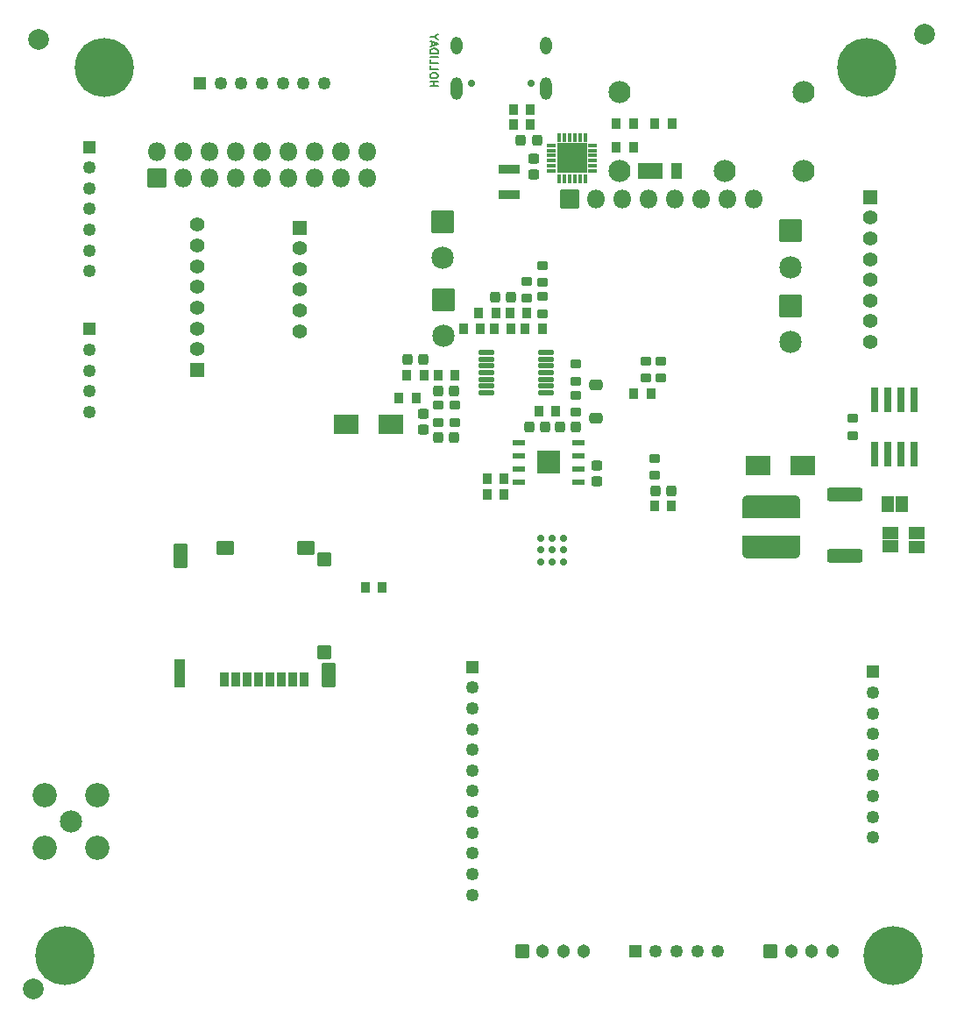
<source format=gbs>
%TF.GenerationSoftware,KiCad,Pcbnew,8.0.4*%
%TF.CreationDate,2024-11-24T13:51:19-08:00*%
%TF.ProjectId,mainboard,6d61696e-626f-4617-9264-2e6b69636164,06c*%
%TF.SameCoordinates,Original*%
%TF.FileFunction,Soldermask,Bot*%
%TF.FilePolarity,Negative*%
%FSLAX46Y46*%
G04 Gerber Fmt 4.6, Leading zero omitted, Abs format (unit mm)*
G04 Created by KiCad (PCBNEW 8.0.4) date 2024-11-24 13:51:19*
%MOMM*%
%LPD*%
G01*
G04 APERTURE LIST*
G04 Aperture macros list*
%AMRoundRect*
0 Rectangle with rounded corners*
0 $1 Rounding radius*
0 $2 $3 $4 $5 $6 $7 $8 $9 X,Y pos of 4 corners*
0 Add a 4 corners polygon primitive as box body*
4,1,4,$2,$3,$4,$5,$6,$7,$8,$9,$2,$3,0*
0 Add four circle primitives for the rounded corners*
1,1,$1+$1,$2,$3*
1,1,$1+$1,$4,$5*
1,1,$1+$1,$6,$7*
1,1,$1+$1,$8,$9*
0 Add four rect primitives between the rounded corners*
20,1,$1+$1,$2,$3,$4,$5,0*
20,1,$1+$1,$4,$5,$6,$7,0*
20,1,$1+$1,$6,$7,$8,$9,0*
20,1,$1+$1,$8,$9,$2,$3,0*%
%AMFreePoly0*
4,1,35,1.110921,2.785921,1.125800,2.750000,1.125800,-2.750000,1.110921,-2.785921,1.075000,-2.800800,-0.537500,-2.800800,-0.543557,-2.800438,-0.670818,-2.785155,-0.683397,-2.781975,-0.819570,-2.728276,-0.831629,-2.721496,-0.948265,-2.633048,-0.958048,-2.623265,-1.046496,-2.506629,-1.053276,-2.494570,-1.106975,-2.358397,-1.110155,-2.345818,-1.125438,-2.218557,-1.125800,-2.212500,-1.125800,2.212500,
-1.125438,2.218557,-1.110155,2.345818,-1.106975,2.358397,-1.053276,2.494570,-1.046496,2.506629,-0.958048,2.623265,-0.948265,2.633048,-0.831629,2.721496,-0.819570,2.728276,-0.683397,2.781975,-0.670818,2.785155,-0.543557,2.800438,-0.537500,2.800800,1.075000,2.800800,1.110921,2.785921,1.110921,2.785921,$1*%
%AMFreePoly1*
4,1,35,0.543557,2.800438,0.670818,2.785155,0.683397,2.781975,0.819570,2.728276,0.831629,2.721496,0.948265,2.633048,0.958048,2.623265,1.046496,2.506629,1.053276,2.494570,1.106975,2.358397,1.110155,2.345818,1.125438,2.218557,1.125800,2.212500,1.125800,-2.212500,1.125438,-2.218557,1.110155,-2.345818,1.106975,-2.358397,1.053276,-2.494570,1.046496,-2.506629,0.958048,-2.623265,
0.948265,-2.633048,0.831629,-2.721496,0.819570,-2.728276,0.683397,-2.781975,0.670818,-2.785155,0.543557,-2.800438,0.537500,-2.800800,-1.075000,-2.800800,-1.110921,-2.785921,-1.125800,-2.750000,-1.125800,2.750000,-1.110921,2.785921,-1.075000,2.800800,0.537500,2.800800,0.543557,2.800438,0.543557,2.800438,$1*%
G04 Aperture macros list end*
%ADD10C,0.190500*%
%ADD11RoundRect,0.200155X-0.850645X0.250645X-0.850645X-0.250645X0.850645X-0.250645X0.850645X0.250645X0*%
%ADD12FreePoly0,270.000000*%
%ADD13FreePoly1,270.000000*%
%ADD14C,5.701600*%
%ADD15C,2.133600*%
%ADD16C,2.151600*%
%ADD17C,2.351600*%
%ADD18RoundRect,0.063500X-1.016000X1.016000X-1.016000X-1.016000X1.016000X-1.016000X1.016000X1.016000X0*%
%ADD19C,2.159000*%
%ADD20C,0.701600*%
%ADD21O,1.101600X2.201600*%
%ADD22O,1.101600X1.701600*%
%ADD23RoundRect,0.050800X0.575000X0.575000X-0.575000X0.575000X-0.575000X-0.575000X0.575000X-0.575000X0*%
%ADD24C,1.251600*%
%ADD25RoundRect,0.050800X0.575000X-0.575000X0.575000X0.575000X-0.575000X0.575000X-0.575000X-0.575000X0*%
%ADD26RoundRect,0.050800X0.654000X-0.654000X0.654000X0.654000X-0.654000X0.654000X-0.654000X-0.654000X0*%
%ADD27C,1.409600*%
%ADD28RoundRect,0.076200X-0.575000X-0.575000X0.575000X-0.575000X0.575000X0.575000X-0.575000X0.575000X0*%
%ADD29C,1.302400*%
%ADD30RoundRect,0.050800X-0.654000X0.654000X-0.654000X-0.654000X0.654000X-0.654000X0.654000X0.654000X0*%
%ADD31RoundRect,0.063500X-0.400000X-0.620000X0.400000X-0.620000X0.400000X0.620000X-0.400000X0.620000X0*%
%ADD32RoundRect,0.063500X-0.580000X-0.600000X0.580000X-0.600000X0.580000X0.600000X-0.580000X0.600000X0*%
%ADD33RoundRect,0.063500X-0.475000X-1.250000X0.475000X-1.250000X0.475000X1.250000X-0.475000X1.250000X0*%
%ADD34RoundRect,0.063500X-0.575000X-1.100000X0.575000X-1.100000X0.575000X1.100000X-0.575000X1.100000X0*%
%ADD35RoundRect,0.063500X-0.750000X-0.575000X0.750000X-0.575000X0.750000X0.575000X-0.750000X0.575000X0*%
%ADD36RoundRect,0.063500X-0.580000X-0.625000X0.580000X-0.625000X0.580000X0.625000X-0.580000X0.625000X0*%
%ADD37C,2.000000*%
%ADD38RoundRect,0.225400X-0.225400X-0.300400X0.225400X-0.300400X0.225400X0.300400X-0.225400X0.300400X0*%
%ADD39RoundRect,0.050800X0.150000X0.400000X-0.150000X0.400000X-0.150000X-0.400000X0.150000X-0.400000X0*%
%ADD40RoundRect,0.050800X-0.400000X0.150000X-0.400000X-0.150000X0.400000X-0.150000X0.400000X0.150000X0*%
%ADD41RoundRect,0.050800X-1.400000X1.400000X-1.400000X-1.400000X1.400000X-1.400000X1.400000X1.400000X0*%
%ADD42RoundRect,0.225400X0.225400X0.300400X-0.225400X0.300400X-0.225400X-0.300400X0.225400X-0.300400X0*%
%ADD43RoundRect,0.250400X0.275400X-0.250400X0.275400X0.250400X-0.275400X0.250400X-0.275400X-0.250400X0*%
%ADD44RoundRect,0.063500X-0.450000X-0.700000X0.450000X-0.700000X0.450000X0.700000X-0.450000X0.700000X0*%
%ADD45RoundRect,0.063500X-1.100000X-0.700000X1.100000X-0.700000X1.100000X0.700000X-1.100000X0.700000X0*%
%ADD46RoundRect,0.050800X-0.850000X0.850000X-0.850000X-0.850000X0.850000X-0.850000X0.850000X0.850000X0*%
%ADD47O,1.801600X1.801600*%
%ADD48RoundRect,0.225400X0.300400X-0.225400X0.300400X0.225400X-0.300400X0.225400X-0.300400X-0.225400X0*%
%ADD49RoundRect,0.050800X-0.750000X0.500000X-0.750000X-0.500000X0.750000X-0.500000X0.750000X0.500000X0*%
%ADD50RoundRect,0.250400X-0.250400X-0.275400X0.250400X-0.275400X0.250400X0.275400X-0.250400X0.275400X0*%
%ADD51RoundRect,0.225400X-0.300400X0.225400X-0.300400X-0.225400X0.300400X-0.225400X0.300400X0.225400X0*%
%ADD52RoundRect,0.250400X0.250400X0.275400X-0.250400X0.275400X-0.250400X-0.275400X0.250400X-0.275400X0*%
%ADD53RoundRect,0.050800X1.175000X-0.850000X1.175000X0.850000X-1.175000X0.850000X-1.175000X-0.850000X0*%
%ADD54RoundRect,0.050800X-0.304800X-1.104900X0.304800X-1.104900X0.304800X1.104900X-0.304800X1.104900X0*%
%ADD55RoundRect,0.270735X-1.455065X0.392565X-1.455065X-0.392565X1.455065X-0.392565X1.455065X0.392565X0*%
%ADD56RoundRect,0.125400X-0.662900X-0.125400X0.662900X-0.125400X0.662900X0.125400X-0.662900X0.125400X0*%
%ADD57RoundRect,0.063500X-0.525000X-0.225000X0.525000X-0.225000X0.525000X0.225000X-0.525000X0.225000X0*%
%ADD58RoundRect,0.063500X-1.050000X1.050000X-1.050000X-1.050000X1.050000X-1.050000X1.050000X1.050000X0*%
%ADD59RoundRect,0.050800X0.500000X0.750000X-0.500000X0.750000X-0.500000X-0.750000X0.500000X-0.750000X0*%
%ADD60RoundRect,0.250400X-0.275400X0.250400X-0.275400X-0.250400X0.275400X-0.250400X0.275400X0.250400X0*%
%ADD61RoundRect,0.250400X-0.400400X0.250400X-0.400400X-0.250400X0.400400X-0.250400X0.400400X0.250400X0*%
G04 APERTURE END LIST*
D10*
X138657390Y-59349285D02*
X139419390Y-59349285D01*
X139056533Y-59349285D02*
X139056533Y-58913856D01*
X138657390Y-58913856D02*
X139419390Y-58913856D01*
X139419390Y-58405856D02*
X139419390Y-58260713D01*
X139419390Y-58260713D02*
X139383104Y-58188142D01*
X139383104Y-58188142D02*
X139310533Y-58115570D01*
X139310533Y-58115570D02*
X139165390Y-58079285D01*
X139165390Y-58079285D02*
X138911390Y-58079285D01*
X138911390Y-58079285D02*
X138766247Y-58115570D01*
X138766247Y-58115570D02*
X138693676Y-58188142D01*
X138693676Y-58188142D02*
X138657390Y-58260713D01*
X138657390Y-58260713D02*
X138657390Y-58405856D01*
X138657390Y-58405856D02*
X138693676Y-58478428D01*
X138693676Y-58478428D02*
X138766247Y-58550999D01*
X138766247Y-58550999D02*
X138911390Y-58587285D01*
X138911390Y-58587285D02*
X139165390Y-58587285D01*
X139165390Y-58587285D02*
X139310533Y-58550999D01*
X139310533Y-58550999D02*
X139383104Y-58478428D01*
X139383104Y-58478428D02*
X139419390Y-58405856D01*
X138657390Y-57389856D02*
X138657390Y-57752713D01*
X138657390Y-57752713D02*
X139419390Y-57752713D01*
X138657390Y-56772999D02*
X138657390Y-57135856D01*
X138657390Y-57135856D02*
X139419390Y-57135856D01*
X138657390Y-56518999D02*
X139419390Y-56518999D01*
X138657390Y-56156142D02*
X139419390Y-56156142D01*
X139419390Y-56156142D02*
X139419390Y-55974713D01*
X139419390Y-55974713D02*
X139383104Y-55865856D01*
X139383104Y-55865856D02*
X139310533Y-55793285D01*
X139310533Y-55793285D02*
X139237961Y-55756999D01*
X139237961Y-55756999D02*
X139092818Y-55720713D01*
X139092818Y-55720713D02*
X138983961Y-55720713D01*
X138983961Y-55720713D02*
X138838818Y-55756999D01*
X138838818Y-55756999D02*
X138766247Y-55793285D01*
X138766247Y-55793285D02*
X138693676Y-55865856D01*
X138693676Y-55865856D02*
X138657390Y-55974713D01*
X138657390Y-55974713D02*
X138657390Y-56156142D01*
X138875104Y-55430428D02*
X138875104Y-55067571D01*
X138657390Y-55502999D02*
X139419390Y-55248999D01*
X139419390Y-55248999D02*
X138657390Y-54994999D01*
X139020247Y-54595856D02*
X138657390Y-54595856D01*
X139419390Y-54849856D02*
X139020247Y-54595856D01*
X139020247Y-54595856D02*
X139419390Y-54341856D01*
D11*
X146300000Y-67400000D03*
X146300000Y-69800000D03*
D12*
X171600000Y-99975000D03*
D13*
X171600000Y-103825000D03*
D14*
X107236100Y-57564100D03*
X103426100Y-143294100D03*
X183426100Y-143294100D03*
X180896100Y-57564100D03*
D15*
X157000000Y-67500000D03*
X157000000Y-59880000D03*
X167160000Y-67500000D03*
X174780000Y-59880000D03*
X174780000Y-67500000D03*
D16*
X103949500Y-130365500D03*
D17*
X106489500Y-127825500D03*
X101409500Y-127825500D03*
X106489500Y-132905500D03*
X101409500Y-132905500D03*
D18*
X173532800Y-80572200D03*
D19*
X173532800Y-84072200D03*
D18*
X139954000Y-79959200D03*
D19*
X139954000Y-83459200D03*
D20*
X148437000Y-59053000D03*
X142667000Y-59053000D03*
D21*
X149872000Y-59553000D03*
D22*
X149872000Y-55413000D03*
D21*
X141232000Y-59553000D03*
D22*
X141232000Y-55413000D03*
D18*
X139903200Y-72440800D03*
D19*
X139903200Y-75940800D03*
D18*
X173532800Y-73307800D03*
D19*
X173532800Y-76807800D03*
D20*
X149326667Y-103010000D03*
X149326667Y-104143333D03*
X149326667Y-105276666D03*
X150460000Y-103010000D03*
X150460000Y-104143333D03*
X150460000Y-105276666D03*
X151593333Y-103010000D03*
X151593333Y-104143333D03*
X151593333Y-105276666D03*
D23*
X158484001Y-142920000D03*
D24*
X160484002Y-142920000D03*
X162484001Y-142920000D03*
X164484002Y-142920000D03*
X166484000Y-142920000D03*
D25*
X105800000Y-82799999D03*
D24*
X105800000Y-84800000D03*
X105800000Y-86799999D03*
X105800000Y-88800000D03*
X105800000Y-90799998D03*
D26*
X181200000Y-70050001D03*
D27*
X181200000Y-72050002D03*
X181200000Y-74050001D03*
X181200000Y-76050002D03*
X181200000Y-78050000D03*
X181200000Y-80050001D03*
X181200000Y-82050000D03*
X181200000Y-84050001D03*
D25*
X142720000Y-115430000D03*
D24*
X142720000Y-117430001D03*
X142720000Y-119430000D03*
X142720000Y-121430001D03*
X142720000Y-123429999D03*
X142720000Y-125430000D03*
X142720000Y-127429999D03*
X142720000Y-129430000D03*
X142720000Y-131430001D03*
X142720000Y-133430000D03*
X142720000Y-135430000D03*
X142720000Y-137430000D03*
D28*
X147550000Y-142920000D03*
D29*
X149550000Y-142920000D03*
X151550000Y-142920000D03*
X153550000Y-142920000D03*
D26*
X126100000Y-73000000D03*
D27*
X126100000Y-75000000D03*
X126100000Y-77000000D03*
X126100000Y-79000000D03*
X126100000Y-81000000D03*
X126100000Y-83000000D03*
D30*
X116205000Y-86739999D03*
D27*
X116205000Y-84739998D03*
X116205000Y-82739999D03*
X116205000Y-80739998D03*
X116205000Y-78740000D03*
X116205000Y-76739999D03*
X116205000Y-74740000D03*
X116205000Y-72739999D03*
D25*
X105750000Y-65214001D03*
D24*
X105750000Y-67214002D03*
X105750000Y-69214001D03*
X105750000Y-71214002D03*
X105750000Y-73214000D03*
X105750000Y-75214001D03*
X105750000Y-77214000D03*
D28*
X171550000Y-142920000D03*
D29*
X173550000Y-142920000D03*
X175550000Y-142920000D03*
X177550000Y-142920000D03*
D23*
X116450001Y-59050000D03*
D24*
X118450002Y-59050000D03*
X120450001Y-59050000D03*
X122450002Y-59050000D03*
X124450000Y-59050000D03*
X126450001Y-59050000D03*
X128450000Y-59050000D03*
D25*
X181491000Y-115900000D03*
D24*
X181491000Y-117900001D03*
X181491000Y-119900000D03*
X181491000Y-121900001D03*
X181491000Y-123899999D03*
X181491000Y-125900000D03*
X181491000Y-127899999D03*
X181491000Y-129900000D03*
X181491000Y-131900001D03*
D31*
X118816800Y-116677200D03*
X119916800Y-116677200D03*
X121016800Y-116677200D03*
X122116800Y-116677200D03*
X123216800Y-116677200D03*
X124316800Y-116677200D03*
X125416800Y-116677200D03*
X126516800Y-116677200D03*
D32*
X128456800Y-105047200D03*
D33*
X114471800Y-116047200D03*
D34*
X128861800Y-116197200D03*
X114571800Y-104717200D03*
D35*
X118876800Y-103922200D03*
X126656800Y-103922200D03*
D36*
X128456800Y-114047200D03*
D37*
X186436000Y-54356000D03*
D38*
X146700000Y-61604600D03*
X148350000Y-61604600D03*
D39*
X151150000Y-64294000D03*
X151650000Y-64294000D03*
X152150000Y-64294000D03*
X152650000Y-64294000D03*
X153150000Y-64294000D03*
X153650000Y-64294000D03*
D40*
X154400000Y-65044000D03*
X154400000Y-65544000D03*
X154400000Y-66044000D03*
X154400000Y-66544000D03*
X154400000Y-67044000D03*
X154400000Y-67544000D03*
D39*
X153650000Y-68294000D03*
X153150000Y-68294000D03*
X152650000Y-68294000D03*
X152150000Y-68294000D03*
X151650000Y-68294000D03*
X151150000Y-68294000D03*
D40*
X150400000Y-67544000D03*
X150400000Y-67044000D03*
X150400000Y-66544000D03*
X150400000Y-66044000D03*
X150400000Y-65544000D03*
X150400000Y-65044000D03*
D41*
X152400000Y-66294000D03*
D42*
X158305000Y-65278000D03*
X156655000Y-65278000D03*
D43*
X148666200Y-67900000D03*
X148666200Y-66350000D03*
D42*
X162038800Y-62941200D03*
X160388800Y-62941200D03*
D38*
X156655000Y-62941200D03*
X158305000Y-62941200D03*
D42*
X148350000Y-63075000D03*
X146700000Y-63075000D03*
D44*
X162461000Y-67500500D03*
D45*
X159911000Y-67500500D03*
D46*
X152146000Y-70231000D03*
D47*
X154686000Y-70231000D03*
X157226000Y-70231000D03*
X159766000Y-70231000D03*
X162306000Y-70231000D03*
X164846000Y-70231000D03*
X167386000Y-70231000D03*
X169926000Y-70231000D03*
D42*
X134075000Y-107750000D03*
X132425000Y-107750000D03*
D48*
X161000000Y-87525000D03*
X161000000Y-85875000D03*
D37*
X100838000Y-54864000D03*
D48*
X159500000Y-87525000D03*
X159500000Y-85875000D03*
X152750000Y-87825000D03*
X152750000Y-86175000D03*
D38*
X149175000Y-90750000D03*
X150825000Y-90750000D03*
D42*
X149525000Y-82750000D03*
X147875000Y-82750000D03*
X146525000Y-82750000D03*
X144875000Y-82750000D03*
D48*
X179500000Y-93075000D03*
X179500000Y-91425000D03*
D49*
X183150000Y-102500000D03*
X183150000Y-103800000D03*
D42*
X143525000Y-82750000D03*
X141875000Y-82750000D03*
D50*
X144925000Y-79750000D03*
X146475000Y-79750000D03*
D38*
X144175000Y-97250000D03*
X145825000Y-97250000D03*
D51*
X149500000Y-79675000D03*
X149500000Y-81325000D03*
X160400000Y-95275000D03*
X160400000Y-96925000D03*
X141045000Y-90175000D03*
X141045000Y-91825000D03*
D42*
X161990000Y-99900000D03*
X160340000Y-99900000D03*
D50*
X148225000Y-92250000D03*
X149775000Y-92250000D03*
D38*
X158375000Y-89000000D03*
X160025000Y-89000000D03*
D52*
X152775000Y-92250000D03*
X151225000Y-92250000D03*
D50*
X136475000Y-85750000D03*
X138025000Y-85750000D03*
D38*
X135675000Y-89500000D03*
X137325000Y-89500000D03*
D50*
X139475000Y-88750000D03*
X141025000Y-88750000D03*
D38*
X136425000Y-87250000D03*
X138075000Y-87250000D03*
D49*
X185650000Y-102525000D03*
X185650000Y-103825000D03*
D37*
X100330000Y-146558000D03*
D53*
X174650000Y-96012000D03*
X170350000Y-96012000D03*
D48*
X139500000Y-91825000D03*
X139500000Y-90175000D03*
D38*
X139425000Y-87250000D03*
X141075000Y-87250000D03*
D50*
X139475000Y-93250000D03*
X141025000Y-93250000D03*
D42*
X145025000Y-81250000D03*
X143375000Y-81250000D03*
D54*
X181595000Y-89633800D03*
X182865000Y-89633800D03*
X184135000Y-89633800D03*
X185405000Y-89633800D03*
X185405000Y-94866200D03*
X184135000Y-94866200D03*
X182865000Y-94866200D03*
X181595000Y-94866200D03*
D51*
X149500000Y-76675000D03*
X149500000Y-78325000D03*
D50*
X147450000Y-64575000D03*
X149000000Y-64575000D03*
D55*
X178765200Y-98764500D03*
X178765200Y-104689500D03*
D56*
X144137500Y-88950000D03*
X144137500Y-88300000D03*
X144137500Y-87650000D03*
X144137500Y-87000000D03*
X144137500Y-86350000D03*
X144137500Y-85700000D03*
X144137500Y-85050000D03*
X149862500Y-85050000D03*
X149862500Y-85700000D03*
X149862500Y-86350000D03*
X149862500Y-87000000D03*
X149862500Y-87650000D03*
X149862500Y-88300000D03*
X149862500Y-88950000D03*
D57*
X147285000Y-97560000D03*
X147285000Y-96290000D03*
X147285000Y-95020000D03*
X147285000Y-93750000D03*
X152985000Y-93750000D03*
X152985000Y-95020000D03*
X152985000Y-96290000D03*
X152985000Y-97560000D03*
D58*
X150135000Y-95655000D03*
D53*
X134900000Y-92000000D03*
X130600000Y-92000000D03*
D42*
X148025000Y-81250000D03*
X146375000Y-81250000D03*
D59*
X184225000Y-99675000D03*
X182925000Y-99675000D03*
D60*
X138000000Y-90975000D03*
X138000000Y-92525000D03*
D51*
X152750000Y-89175000D03*
X152750000Y-90825000D03*
X148000000Y-78175000D03*
X148000000Y-79825000D03*
D46*
X112280000Y-68240000D03*
D47*
X112280000Y-65700000D03*
X114820000Y-68240000D03*
X114820000Y-65700000D03*
X117360000Y-68240000D03*
X117360000Y-65700000D03*
X119900000Y-68240000D03*
X119900000Y-65700000D03*
X122440000Y-68240000D03*
X122440000Y-65700000D03*
X124980000Y-68240000D03*
X124980000Y-65700000D03*
X127520000Y-68240000D03*
X127520000Y-65700000D03*
X130060000Y-68240000D03*
X130060000Y-65700000D03*
X132600000Y-68240000D03*
X132600000Y-65700000D03*
D42*
X145825000Y-98750000D03*
X144175000Y-98750000D03*
D61*
X154700000Y-88150000D03*
X154700000Y-91450000D03*
D43*
X154750000Y-97525000D03*
X154750000Y-95975000D03*
D50*
X160425000Y-98400000D03*
X161975000Y-98400000D03*
M02*

</source>
